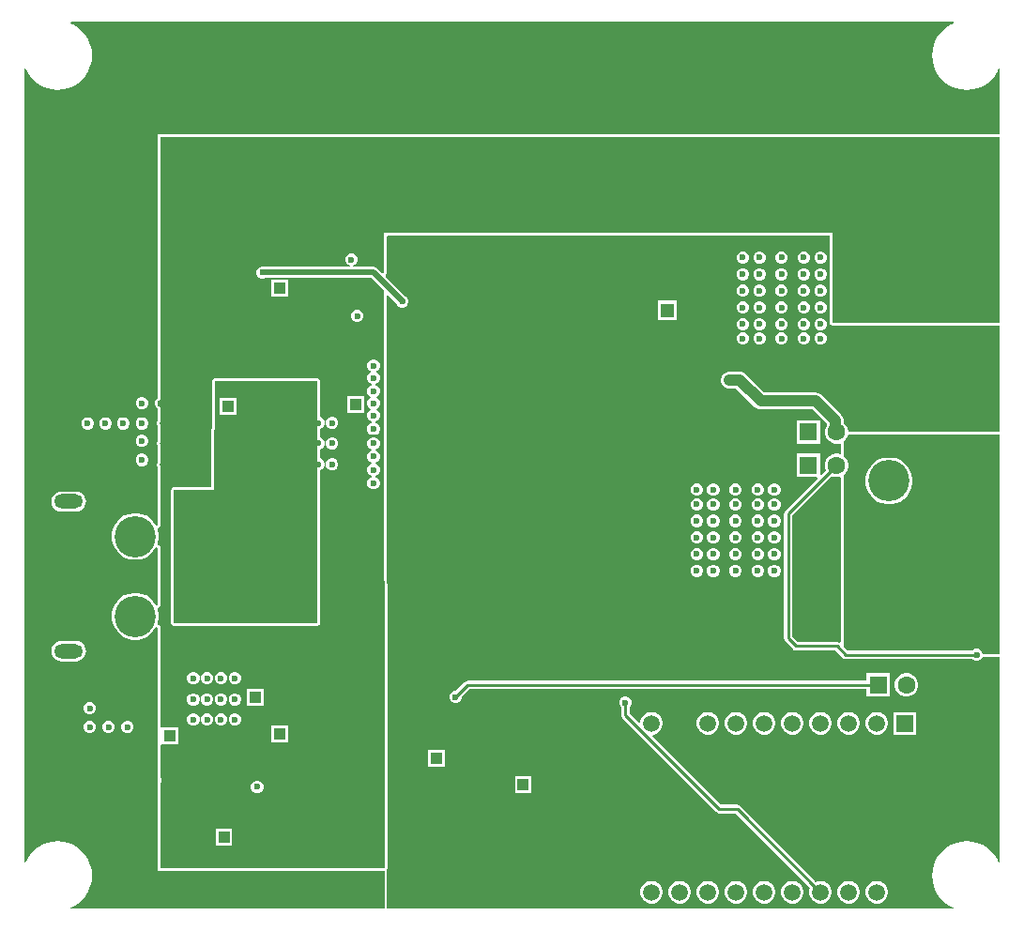
<source format=gbl>
G04*
G04 #@! TF.GenerationSoftware,Altium Limited,Altium Designer,21.6.4 (81)*
G04*
G04 Layer_Physical_Order=4*
G04 Layer_Color=16711680*
%FSLAX44Y44*%
%MOMM*%
G71*
G04*
G04 #@! TF.SameCoordinates,3C3A1148-CEAA-43B7-A459-4803B486FB21*
G04*
G04*
G04 #@! TF.FilePolarity,Positive*
G04*
G01*
G75*
%ADD11C,0.2540*%
%ADD92C,0.5000*%
%ADD93C,1.0000*%
%ADD94C,1.5000*%
%ADD95R,1.5000X1.5000*%
%ADD96R,1.2000X1.2000*%
%ADD97C,1.2000*%
%ADD98O,2.6000X1.3000*%
%ADD99C,3.7160*%
%ADD100C,1.6000*%
%ADD101R,1.6000X1.6000*%
%ADD102C,1.5200*%
%ADD103R,1.5200X1.5200*%
%ADD104C,0.6000*%
%ADD105C,1.0000*%
%ADD115R,1.0000X1.0000*%
%ADD116R,1.0000X1.0000*%
%ADD117C,2.0000*%
G36*
X838249Y798730D02*
X835865Y797742D01*
X831699Y795190D01*
X827983Y792017D01*
X824810Y788301D01*
X822258Y784135D01*
X820388Y779622D01*
X819247Y774871D01*
X818864Y770000D01*
X819247Y765129D01*
X820388Y760378D01*
X822258Y755865D01*
X824810Y751699D01*
X827983Y747983D01*
X831699Y744810D01*
X835865Y742258D01*
X840378Y740388D01*
X845129Y739247D01*
X850000Y738864D01*
X854871Y739247D01*
X859622Y740388D01*
X864135Y742258D01*
X868301Y744810D01*
X872017Y747983D01*
X875190Y751699D01*
X877742Y755865D01*
X878730Y758249D01*
X880000Y757996D01*
Y699000D01*
X120000D01*
Y460754D01*
X119862Y460697D01*
X118303Y459138D01*
X117460Y457102D01*
Y454898D01*
X118303Y452862D01*
X119862Y451303D01*
X120000Y451246D01*
Y440052D01*
X119710Y439352D01*
Y437148D01*
X120000Y436448D01*
Y421802D01*
X119710Y421102D01*
Y418898D01*
X120000Y418198D01*
Y402752D01*
X119710Y402052D01*
Y399848D01*
X120000Y399148D01*
Y346160D01*
X118754Y345912D01*
X118716Y346004D01*
X116405Y349463D01*
X113463Y352405D01*
X110004Y354716D01*
X106160Y356308D01*
X102080Y357120D01*
X97920D01*
X93840Y356308D01*
X89996Y354716D01*
X86537Y352405D01*
X83595Y349463D01*
X81284Y346004D01*
X79692Y342160D01*
X78880Y338080D01*
Y333920D01*
X79692Y329840D01*
X81284Y325996D01*
X83595Y322537D01*
X86537Y319595D01*
X89996Y317284D01*
X93840Y315692D01*
X97920Y314880D01*
X102080D01*
X106160Y315692D01*
X110004Y317284D01*
X113463Y319595D01*
X116405Y322537D01*
X118716Y325996D01*
X118754Y326088D01*
X120000Y325840D01*
Y274160D01*
X118754Y273912D01*
X118716Y274004D01*
X116405Y277463D01*
X113463Y280405D01*
X110004Y282716D01*
X106160Y284308D01*
X102080Y285120D01*
X97920D01*
X93840Y284308D01*
X89996Y282716D01*
X86537Y280405D01*
X83595Y277463D01*
X81284Y274004D01*
X79692Y270161D01*
X78880Y266080D01*
Y261920D01*
X79692Y257840D01*
X81284Y253996D01*
X83595Y250537D01*
X86537Y247595D01*
X89996Y245284D01*
X93840Y243692D01*
X97920Y242880D01*
X102080D01*
X106160Y243692D01*
X110004Y245284D01*
X113463Y247595D01*
X116405Y250537D01*
X118716Y253996D01*
X118754Y254088D01*
X120000Y253840D01*
Y34000D01*
X325000D01*
Y0D01*
X42004D01*
X41751Y1270D01*
X44135Y2258D01*
X48301Y4811D01*
X52017Y7983D01*
X55189Y11699D01*
X57742Y15865D01*
X59612Y20378D01*
X60753Y25129D01*
X61136Y30000D01*
X60753Y34871D01*
X59612Y39622D01*
X57742Y44135D01*
X55189Y48301D01*
X52017Y52017D01*
X48301Y55189D01*
X44135Y57742D01*
X39622Y59612D01*
X34871Y60753D01*
X30000Y61136D01*
X25129Y60753D01*
X20378Y59612D01*
X15865Y57742D01*
X11699Y55189D01*
X7983Y52017D01*
X4811Y48301D01*
X2258Y44135D01*
X1270Y41751D01*
X0Y42004D01*
Y757996D01*
X1270Y758249D01*
X2258Y755865D01*
X4811Y751699D01*
X7983Y747983D01*
X11699Y744810D01*
X15865Y742258D01*
X20378Y740388D01*
X25129Y739247D01*
X30000Y738864D01*
X34871Y739247D01*
X39622Y740388D01*
X44135Y742258D01*
X48301Y744810D01*
X52017Y747983D01*
X55189Y751699D01*
X57742Y755865D01*
X59612Y760378D01*
X60753Y765129D01*
X61136Y770000D01*
X60753Y774871D01*
X59612Y779622D01*
X57742Y784135D01*
X55189Y788301D01*
X52017Y792017D01*
X48301Y795190D01*
X44135Y797742D01*
X41751Y798730D01*
X42004Y800000D01*
X837996D01*
X838249Y798730D01*
D02*
G37*
G36*
X726410Y529000D02*
X726607Y528009D01*
X727169Y527169D01*
X728009Y526607D01*
X729000Y526410D01*
X880000D01*
Y430590D01*
X743240D01*
Y431388D01*
X742522Y434068D01*
X741134Y436472D01*
X739172Y438434D01*
X739157Y438443D01*
Y440414D01*
X738898Y442382D01*
X738453Y443456D01*
X738138Y444216D01*
X736930Y445791D01*
X719343Y463378D01*
X717768Y464586D01*
X715934Y465346D01*
X713966Y465605D01*
X667416D01*
X650643Y482378D01*
X649068Y483586D01*
X647234Y484346D01*
X645266Y484605D01*
X636000D01*
X635506Y484540D01*
X635007D01*
X634526Y484411D01*
X634032Y484346D01*
X633571Y484155D01*
X633090Y484026D01*
X632658Y483777D01*
X632197Y483586D01*
X631802Y483283D01*
X631370Y483033D01*
X631018Y482681D01*
X630622Y482378D01*
X630319Y481982D01*
X629967Y481630D01*
X629717Y481198D01*
X629414Y480802D01*
X629223Y480342D01*
X628974Y479910D01*
X628845Y479429D01*
X628654Y478968D01*
X628589Y478474D01*
X628460Y477993D01*
Y477494D01*
X628395Y477000D01*
X628460Y476506D01*
Y476007D01*
X628589Y475526D01*
X628654Y475032D01*
X628845Y474571D01*
X628974Y474090D01*
X629223Y473658D01*
X629414Y473198D01*
X629717Y472802D01*
X629967Y472370D01*
X630319Y472018D01*
X630622Y471622D01*
X631018Y471319D01*
X631370Y470966D01*
X631802Y470717D01*
X632197Y470414D01*
X632658Y470223D01*
X633090Y469974D01*
X633571Y469845D01*
X634032Y469654D01*
X634526Y469589D01*
X635007Y469460D01*
X635506D01*
X636000Y469395D01*
X642115D01*
X658888Y452622D01*
X660463Y451414D01*
X662297Y450654D01*
X664266Y450395D01*
X710815D01*
X723947Y437263D01*
Y435919D01*
X722878Y434068D01*
X722160Y431388D01*
Y428612D01*
X722878Y425932D01*
X724266Y423528D01*
X726228Y421566D01*
X728632Y420178D01*
X731312Y419460D01*
X734088D01*
X735403Y419812D01*
X736410Y419039D01*
Y410961D01*
X735403Y410188D01*
X734088Y410540D01*
X731312D01*
X728632Y409822D01*
X726228Y408434D01*
X724266Y406472D01*
X722878Y404068D01*
X722160Y401388D01*
Y398612D01*
X722878Y395932D01*
X722973Y395767D01*
X719013Y391807D01*
X717840Y392293D01*
Y410540D01*
X696760D01*
Y389460D01*
X715007D01*
X715493Y388287D01*
X686305Y359099D01*
X685463Y357839D01*
X685167Y356352D01*
Y243948D01*
X685463Y242461D01*
X686305Y241201D01*
X693253Y234253D01*
X694513Y233411D01*
X696000Y233115D01*
X731391D01*
X738253Y226253D01*
X739513Y225411D01*
X741000Y225115D01*
X855050D01*
X855862Y224303D01*
X857898Y223460D01*
X860102D01*
X862138Y224303D01*
X863697Y225862D01*
X864353Y227447D01*
X864540Y227410D01*
X880000D01*
Y42004D01*
X878730Y41751D01*
X877742Y44135D01*
X875190Y48301D01*
X872017Y52017D01*
X868301Y55189D01*
X864135Y57742D01*
X859622Y59612D01*
X854871Y60753D01*
X850000Y61136D01*
X845129Y60753D01*
X840378Y59612D01*
X835865Y57742D01*
X831699Y55189D01*
X827983Y52017D01*
X824810Y48301D01*
X822258Y44135D01*
X820388Y39622D01*
X819247Y34871D01*
X818864Y30000D01*
X819247Y25129D01*
X820388Y20378D01*
X822258Y15865D01*
X824810Y11699D01*
X827983Y7983D01*
X831699Y4811D01*
X835865Y2258D01*
X838249Y1270D01*
X837996Y0D01*
X327031D01*
X326972Y35877D01*
X327110Y36084D01*
X327388Y36500D01*
X327388Y36501D01*
X327388Y36502D01*
X327486Y36999D01*
X327584Y37491D01*
X327584Y37492D01*
X327584Y37493D01*
X326688Y553385D01*
X327861Y553872D01*
X335902Y545831D01*
X336303Y544862D01*
X337862Y543303D01*
X339898Y542460D01*
X342102D01*
X344138Y543303D01*
X345697Y544862D01*
X346540Y546898D01*
Y549102D01*
X345697Y551138D01*
X344138Y552697D01*
X343169Y553098D01*
X326096Y570171D01*
X326093Y572330D01*
X326181Y572463D01*
X326456Y572875D01*
X326456Y572877D01*
X326457Y572878D01*
X326557Y573386D01*
X326652Y573867D01*
X326652Y573868D01*
X326652Y573869D01*
X326596Y606511D01*
X327493Y607410D01*
X726410D01*
Y529000D01*
D02*
G37*
G36*
X880000D02*
X729000D01*
Y610000D01*
X324000D01*
X324063Y573864D01*
X322890Y573377D01*
X318634Y577634D01*
X316966Y578748D01*
X315000Y579139D01*
X296786D01*
X296533Y580409D01*
X298138Y581073D01*
X299697Y582632D01*
X300540Y584668D01*
Y586872D01*
X299697Y588908D01*
X298138Y590467D01*
X296102Y591310D01*
X293898D01*
X291862Y590467D01*
X290303Y588908D01*
X289460Y586872D01*
Y584668D01*
X290303Y582632D01*
X291862Y581073D01*
X293466Y580409D01*
X293214Y579139D01*
X217071D01*
X216102Y579540D01*
X213898D01*
X211862Y578697D01*
X210303Y577138D01*
X209460Y575102D01*
Y572898D01*
X210303Y570862D01*
X211862Y569303D01*
X213898Y568460D01*
X216102D01*
X217071Y568861D01*
X312871D01*
X324091Y557642D01*
X324994Y37489D01*
X324097Y36590D01*
X122590D01*
Y112755D01*
X122697Y112862D01*
X123540Y114898D01*
Y117102D01*
X122697Y119138D01*
X122590Y119245D01*
Y147550D01*
X123460Y148460D01*
X123860Y148460D01*
X138540D01*
Y163540D01*
X123860D01*
X123460Y163540D01*
X122590Y164450D01*
Y253840D01*
X122540Y254090D01*
Y254345D01*
X122442Y254581D01*
X122393Y254831D01*
X122251Y255043D01*
X122153Y255279D01*
X121973Y255459D01*
X121831Y255671D01*
X121619Y255813D01*
X121439Y255993D01*
X121203Y256091D01*
X120991Y256233D01*
X120829Y256265D01*
X120597Y256615D01*
X120365Y257149D01*
X120260Y257724D01*
X120308Y257840D01*
X121120Y261920D01*
Y266080D01*
X120308Y270161D01*
X120260Y270276D01*
X120365Y270851D01*
X120597Y271385D01*
X120829Y271735D01*
X120991Y271767D01*
X121203Y271909D01*
X121439Y272006D01*
X121619Y272187D01*
X121831Y272329D01*
X121973Y272541D01*
X122153Y272721D01*
X122251Y272957D01*
X122393Y273169D01*
X122442Y273419D01*
X122540Y273655D01*
Y273910D01*
X122590Y274160D01*
Y325840D01*
X122540Y326090D01*
Y326345D01*
X122442Y326581D01*
X122393Y326831D01*
X122251Y327043D01*
X122153Y327279D01*
X121973Y327459D01*
X121831Y327671D01*
X121619Y327813D01*
X121439Y327994D01*
X121203Y328091D01*
X120991Y328233D01*
X120829Y328265D01*
X120597Y328615D01*
X120365Y329149D01*
X120260Y329724D01*
X120308Y329840D01*
X121120Y333920D01*
Y338080D01*
X120308Y342160D01*
X120260Y342276D01*
X120365Y342851D01*
X120597Y343385D01*
X120829Y343735D01*
X120991Y343767D01*
X121203Y343909D01*
X121439Y344007D01*
X121619Y344187D01*
X121831Y344329D01*
X121973Y344541D01*
X122153Y344721D01*
X122251Y344957D01*
X122393Y345169D01*
X122442Y345419D01*
X122540Y345655D01*
Y345910D01*
X122590Y346160D01*
Y399148D01*
X122393Y400139D01*
X122300Y400363D01*
Y401537D01*
X122393Y401761D01*
X122590Y402752D01*
Y418198D01*
X122393Y419189D01*
X122300Y419413D01*
Y420587D01*
X122393Y420811D01*
X122590Y421802D01*
Y436448D01*
X122393Y437439D01*
X122300Y437663D01*
Y438837D01*
X122393Y439061D01*
X122590Y440052D01*
Y451246D01*
X122590Y451246D01*
X122590Y451246D01*
X122492Y451739D01*
X122393Y452237D01*
X122393Y452237D01*
X122393Y452237D01*
X122136Y452622D01*
X121831Y453078D01*
X121831Y453078D01*
X121831Y453078D01*
X121587Y453241D01*
X120499Y454329D01*
X120050Y455413D01*
Y456587D01*
X120499Y457671D01*
X121587Y458759D01*
X121831Y458922D01*
X121831Y458923D01*
X121831Y458923D01*
X122136Y459378D01*
X122393Y459763D01*
X122393Y459763D01*
X122393Y459763D01*
X122492Y460261D01*
X122590Y460754D01*
X122590Y460754D01*
X122590Y460754D01*
Y696410D01*
X880000D01*
Y529000D01*
D02*
G37*
G36*
X728632Y390178D02*
X731312Y389460D01*
X734088D01*
X735403Y389812D01*
X736410Y389039D01*
Y240831D01*
X735140Y240152D01*
X734487Y240589D01*
X733000Y240885D01*
X697609D01*
X692937Y245557D01*
Y354743D01*
X728467Y390273D01*
X728632Y390178D01*
D02*
G37*
G36*
X880000Y230000D02*
X864540D01*
Y230102D01*
X863697Y232138D01*
X862138Y233697D01*
X860102Y234540D01*
X857898D01*
X855862Y233697D01*
X855050Y232885D01*
X742609D01*
X739000Y236494D01*
Y391467D01*
X739172Y391566D01*
X741134Y393528D01*
X742522Y395932D01*
X743240Y398612D01*
Y401388D01*
X742522Y404068D01*
X741134Y406472D01*
X739172Y408434D01*
X739000Y408533D01*
Y421467D01*
X739172Y421566D01*
X741134Y423528D01*
X742522Y425932D01*
X743076Y428000D01*
X880000D01*
Y230000D01*
D02*
G37*
%LPC*%
G36*
X107102Y461540D02*
X104898D01*
X102862Y460697D01*
X101303Y459138D01*
X100460Y457102D01*
Y454898D01*
X101303Y452862D01*
X102862Y451303D01*
X104898Y450460D01*
X107102D01*
X109138Y451303D01*
X110697Y452862D01*
X111540Y454898D01*
Y457102D01*
X110697Y459138D01*
X109138Y460697D01*
X107102Y461540D01*
D02*
G37*
G36*
Y443540D02*
X104898D01*
X102862Y442697D01*
X101303Y441138D01*
X100460Y439102D01*
Y436898D01*
X101303Y434862D01*
X102862Y433303D01*
X104898Y432460D01*
X107102D01*
X109138Y433303D01*
X110697Y434862D01*
X111540Y436898D01*
Y439102D01*
X110697Y441138D01*
X109138Y442697D01*
X107102Y443540D01*
D02*
G37*
G36*
X90102D02*
X87898D01*
X85862Y442697D01*
X84303Y441138D01*
X83460Y439102D01*
Y436898D01*
X84303Y434862D01*
X85862Y433303D01*
X87898Y432460D01*
X90102D01*
X92138Y433303D01*
X93697Y434862D01*
X94540Y436898D01*
Y439102D01*
X93697Y441138D01*
X92138Y442697D01*
X90102Y443540D01*
D02*
G37*
G36*
X74102D02*
X71898D01*
X69862Y442697D01*
X68303Y441138D01*
X67460Y439102D01*
Y436898D01*
X68303Y434862D01*
X69862Y433303D01*
X71898Y432460D01*
X74102D01*
X76138Y433303D01*
X77697Y434862D01*
X78540Y436898D01*
Y439102D01*
X77697Y441138D01*
X76138Y442697D01*
X74102Y443540D01*
D02*
G37*
G36*
X58102D02*
X55898D01*
X53862Y442697D01*
X52303Y441138D01*
X51460Y439102D01*
Y436898D01*
X52303Y434862D01*
X53862Y433303D01*
X55898Y432460D01*
X58102D01*
X60138Y433303D01*
X61697Y434862D01*
X62540Y436898D01*
Y439102D01*
X61697Y441138D01*
X60138Y442697D01*
X58102Y443540D01*
D02*
G37*
G36*
X107102Y427540D02*
X104898D01*
X102862Y426697D01*
X101303Y425138D01*
X100460Y423102D01*
Y420898D01*
X101303Y418862D01*
X102862Y417303D01*
X104898Y416460D01*
X107102D01*
X109138Y417303D01*
X110697Y418862D01*
X111540Y420898D01*
Y423102D01*
X110697Y425138D01*
X109138Y426697D01*
X107102Y427540D01*
D02*
G37*
G36*
Y410540D02*
X104898D01*
X102862Y409697D01*
X101303Y408138D01*
X100460Y406102D01*
Y403898D01*
X101303Y401862D01*
X102862Y400303D01*
X104898Y399460D01*
X107102D01*
X109138Y400303D01*
X110697Y401862D01*
X111540Y403898D01*
Y406102D01*
X110697Y408138D01*
X109138Y409697D01*
X107102Y410540D01*
D02*
G37*
G36*
X46500Y376618D02*
X33500D01*
X31140Y376307D01*
X28941Y375396D01*
X27053Y373947D01*
X25604Y372059D01*
X24693Y369860D01*
X24382Y367500D01*
X24693Y365140D01*
X25604Y362941D01*
X27053Y361053D01*
X28941Y359604D01*
X31140Y358693D01*
X33500Y358382D01*
X46500D01*
X48860Y358693D01*
X51059Y359604D01*
X52947Y361053D01*
X54396Y362941D01*
X55307Y365140D01*
X55618Y367500D01*
X55307Y369860D01*
X54396Y372059D01*
X52947Y373947D01*
X51059Y375396D01*
X48860Y376307D01*
X46500Y376618D01*
D02*
G37*
G36*
Y241618D02*
X33500D01*
X31140Y241307D01*
X28941Y240396D01*
X27053Y238947D01*
X25604Y237059D01*
X24693Y234860D01*
X24382Y232500D01*
X24693Y230140D01*
X25604Y227941D01*
X27053Y226053D01*
X28941Y224604D01*
X31140Y223693D01*
X33500Y223382D01*
X46500D01*
X48860Y223693D01*
X51059Y224604D01*
X52947Y226053D01*
X54396Y227941D01*
X55307Y230140D01*
X55618Y232500D01*
X55307Y234860D01*
X54396Y237059D01*
X52947Y238947D01*
X51059Y240396D01*
X48860Y241307D01*
X46500Y241618D01*
D02*
G37*
G36*
X60102Y186540D02*
X57898D01*
X55862Y185697D01*
X54303Y184138D01*
X53460Y182102D01*
Y179898D01*
X54303Y177862D01*
X55862Y176303D01*
X57898Y175460D01*
X60102D01*
X62138Y176303D01*
X63697Y177862D01*
X64540Y179898D01*
Y182102D01*
X63697Y184138D01*
X62138Y185697D01*
X60102Y186540D01*
D02*
G37*
G36*
X94102Y169540D02*
X91898D01*
X89862Y168697D01*
X88303Y167138D01*
X87460Y165102D01*
Y162898D01*
X88303Y160862D01*
X89862Y159303D01*
X91898Y158460D01*
X94102D01*
X96138Y159303D01*
X97697Y160862D01*
X98540Y162898D01*
Y165102D01*
X97697Y167138D01*
X96138Y168697D01*
X94102Y169540D01*
D02*
G37*
G36*
X77102D02*
X74898D01*
X72862Y168697D01*
X71303Y167138D01*
X70460Y165102D01*
Y162898D01*
X71303Y160862D01*
X72862Y159303D01*
X74898Y158460D01*
X77102D01*
X79138Y159303D01*
X80697Y160862D01*
X81540Y162898D01*
Y165102D01*
X80697Y167138D01*
X79138Y168697D01*
X77102Y169540D01*
D02*
G37*
G36*
X60102D02*
X57898D01*
X55862Y168697D01*
X54303Y167138D01*
X53460Y165102D01*
Y162898D01*
X54303Y160862D01*
X55862Y159303D01*
X57898Y158460D01*
X60102D01*
X62138Y159303D01*
X63697Y160862D01*
X64540Y162898D01*
Y165102D01*
X63697Y167138D01*
X62138Y168697D01*
X60102Y169540D01*
D02*
G37*
G36*
X719159Y593033D02*
X716955D01*
X714919Y592189D01*
X713361Y590631D01*
X712517Y588595D01*
Y586391D01*
X713361Y584354D01*
X714919Y582796D01*
X716955Y581953D01*
X719159D01*
X721196Y582796D01*
X722754Y584354D01*
X723597Y586391D01*
Y588595D01*
X722754Y590631D01*
X721196Y592189D01*
X719159Y593033D01*
D02*
G37*
G36*
X704159D02*
X701955D01*
X699919Y592189D01*
X698361Y590631D01*
X697517Y588595D01*
Y586391D01*
X698361Y584354D01*
X699919Y582796D01*
X701955Y581953D01*
X704159D01*
X706196Y582796D01*
X707754Y584354D01*
X708597Y586391D01*
Y588595D01*
X707754Y590631D01*
X706196Y592189D01*
X704159Y593033D01*
D02*
G37*
G36*
X684159D02*
X681955D01*
X679919Y592189D01*
X678361Y590631D01*
X677517Y588595D01*
Y586391D01*
X678361Y584354D01*
X679919Y582796D01*
X681955Y581953D01*
X684159D01*
X686196Y582796D01*
X687754Y584354D01*
X688597Y586391D01*
Y588595D01*
X687754Y590631D01*
X686196Y592189D01*
X684159Y593033D01*
D02*
G37*
G36*
X664159D02*
X661955D01*
X659919Y592189D01*
X658361Y590631D01*
X657517Y588595D01*
Y586391D01*
X658361Y584354D01*
X659919Y582796D01*
X661955Y581953D01*
X664159D01*
X666196Y582796D01*
X667754Y584354D01*
X668597Y586391D01*
Y588595D01*
X667754Y590631D01*
X666196Y592189D01*
X664159Y593033D01*
D02*
G37*
G36*
X649159D02*
X646955D01*
X644919Y592189D01*
X643361Y590631D01*
X642517Y588595D01*
Y586391D01*
X643361Y584354D01*
X644919Y582796D01*
X646955Y581953D01*
X649159D01*
X651196Y582796D01*
X652754Y584354D01*
X653597Y586391D01*
Y588595D01*
X652754Y590631D01*
X651196Y592189D01*
X649159Y593033D01*
D02*
G37*
G36*
X719159Y578033D02*
X716955D01*
X714919Y577189D01*
X713361Y575631D01*
X712517Y573595D01*
Y571391D01*
X713361Y569354D01*
X714919Y567796D01*
X716955Y566953D01*
X719159D01*
X721196Y567796D01*
X722754Y569354D01*
X723597Y571391D01*
Y573595D01*
X722754Y575631D01*
X721196Y577189D01*
X719159Y578033D01*
D02*
G37*
G36*
X704159D02*
X701955D01*
X699919Y577189D01*
X698361Y575631D01*
X697517Y573595D01*
Y571391D01*
X698361Y569354D01*
X699919Y567796D01*
X701955Y566953D01*
X704159D01*
X706196Y567796D01*
X707754Y569354D01*
X708597Y571391D01*
Y573595D01*
X707754Y575631D01*
X706196Y577189D01*
X704159Y578033D01*
D02*
G37*
G36*
X684159D02*
X681955D01*
X679919Y577189D01*
X678361Y575631D01*
X677517Y573595D01*
Y571391D01*
X678361Y569354D01*
X679919Y567796D01*
X681955Y566953D01*
X684159D01*
X686196Y567796D01*
X687754Y569354D01*
X688597Y571391D01*
Y573595D01*
X687754Y575631D01*
X686196Y577189D01*
X684159Y578033D01*
D02*
G37*
G36*
X664159D02*
X661955D01*
X659919Y577189D01*
X658361Y575631D01*
X657517Y573595D01*
Y571391D01*
X658361Y569354D01*
X659919Y567796D01*
X661955Y566953D01*
X664159D01*
X666196Y567796D01*
X667754Y569354D01*
X668597Y571391D01*
Y573595D01*
X667754Y575631D01*
X666196Y577189D01*
X664159Y578033D01*
D02*
G37*
G36*
X649159D02*
X646955D01*
X644919Y577189D01*
X643361Y575631D01*
X642517Y573595D01*
Y571391D01*
X643361Y569354D01*
X644919Y567796D01*
X646955Y566953D01*
X649159D01*
X651196Y567796D01*
X652754Y569354D01*
X653597Y571391D01*
Y573595D01*
X652754Y575631D01*
X651196Y577189D01*
X649159Y578033D01*
D02*
G37*
G36*
X719159Y563033D02*
X716955D01*
X714919Y562189D01*
X713361Y560631D01*
X712517Y558595D01*
Y556391D01*
X713361Y554354D01*
X714919Y552796D01*
X716955Y551953D01*
X719159D01*
X721196Y552796D01*
X722754Y554354D01*
X723597Y556391D01*
Y558595D01*
X722754Y560631D01*
X721196Y562189D01*
X719159Y563033D01*
D02*
G37*
G36*
X704159D02*
X701955D01*
X699919Y562189D01*
X698361Y560631D01*
X697517Y558595D01*
Y556391D01*
X698361Y554354D01*
X699919Y552796D01*
X701955Y551953D01*
X704159D01*
X706196Y552796D01*
X707754Y554354D01*
X708597Y556391D01*
Y558595D01*
X707754Y560631D01*
X706196Y562189D01*
X704159Y563033D01*
D02*
G37*
G36*
X684159D02*
X681955D01*
X679919Y562189D01*
X678361Y560631D01*
X677517Y558595D01*
Y556391D01*
X678361Y554354D01*
X679919Y552796D01*
X681955Y551953D01*
X684159D01*
X686196Y552796D01*
X687754Y554354D01*
X688597Y556391D01*
Y558595D01*
X687754Y560631D01*
X686196Y562189D01*
X684159Y563033D01*
D02*
G37*
G36*
X664159D02*
X661955D01*
X659919Y562189D01*
X658361Y560631D01*
X657517Y558595D01*
Y556391D01*
X658361Y554354D01*
X659919Y552796D01*
X661955Y551953D01*
X664159D01*
X666196Y552796D01*
X667754Y554354D01*
X668597Y556391D01*
Y558595D01*
X667754Y560631D01*
X666196Y562189D01*
X664159Y563033D01*
D02*
G37*
G36*
X649159D02*
X646955D01*
X644919Y562189D01*
X643361Y560631D01*
X642517Y558595D01*
Y556391D01*
X643361Y554354D01*
X644919Y552796D01*
X646955Y551953D01*
X649159D01*
X651196Y552796D01*
X652754Y554354D01*
X653597Y556391D01*
Y558595D01*
X652754Y560631D01*
X651196Y562189D01*
X649159Y563033D01*
D02*
G37*
G36*
X719159Y548033D02*
X716955D01*
X714919Y547189D01*
X713361Y545631D01*
X712517Y543595D01*
Y541391D01*
X713361Y539354D01*
X714919Y537796D01*
X716955Y536953D01*
X719159D01*
X721196Y537796D01*
X722754Y539354D01*
X723597Y541391D01*
Y543595D01*
X722754Y545631D01*
X721196Y547189D01*
X719159Y548033D01*
D02*
G37*
G36*
X704159D02*
X701955D01*
X699919Y547189D01*
X698361Y545631D01*
X697517Y543595D01*
Y541391D01*
X698361Y539354D01*
X699919Y537796D01*
X701955Y536953D01*
X704159D01*
X706196Y537796D01*
X707754Y539354D01*
X708597Y541391D01*
Y543595D01*
X707754Y545631D01*
X706196Y547189D01*
X704159Y548033D01*
D02*
G37*
G36*
X684159D02*
X681955D01*
X679919Y547189D01*
X678361Y545631D01*
X677517Y543595D01*
Y541391D01*
X678361Y539354D01*
X679919Y537796D01*
X681955Y536953D01*
X684159D01*
X686196Y537796D01*
X687754Y539354D01*
X688597Y541391D01*
Y543595D01*
X687754Y545631D01*
X686196Y547189D01*
X684159Y548033D01*
D02*
G37*
G36*
X664159D02*
X661955D01*
X659919Y547189D01*
X658361Y545631D01*
X657517Y543595D01*
Y541391D01*
X658361Y539354D01*
X659919Y537796D01*
X661955Y536953D01*
X664159D01*
X666196Y537796D01*
X667754Y539354D01*
X668597Y541391D01*
Y543595D01*
X667754Y545631D01*
X666196Y547189D01*
X664159Y548033D01*
D02*
G37*
G36*
X649159D02*
X646955D01*
X644919Y547189D01*
X643361Y545631D01*
X642517Y543595D01*
Y541391D01*
X643361Y539354D01*
X644919Y537796D01*
X646955Y536953D01*
X649159D01*
X651196Y537796D01*
X652754Y539354D01*
X653597Y541391D01*
Y543595D01*
X652754Y545631D01*
X651196Y547189D01*
X649159Y548033D01*
D02*
G37*
G36*
X588540Y548540D02*
X571460D01*
Y531460D01*
X588540D01*
Y548540D01*
D02*
G37*
G36*
X719159Y533033D02*
X716955D01*
X714919Y532189D01*
X713361Y530631D01*
X712517Y528595D01*
Y526391D01*
X713361Y524354D01*
X714919Y522796D01*
X716955Y521953D01*
X719159D01*
X721196Y522796D01*
X722754Y524354D01*
X723597Y526391D01*
Y528595D01*
X722754Y530631D01*
X721196Y532189D01*
X719159Y533033D01*
D02*
G37*
G36*
X704159D02*
X701955D01*
X699919Y532189D01*
X698361Y530631D01*
X697517Y528595D01*
Y526391D01*
X698361Y524354D01*
X699919Y522796D01*
X701955Y521953D01*
X704159D01*
X706196Y522796D01*
X707754Y524354D01*
X708597Y526391D01*
Y528595D01*
X707754Y530631D01*
X706196Y532189D01*
X704159Y533033D01*
D02*
G37*
G36*
X684159D02*
X681955D01*
X679919Y532189D01*
X678361Y530631D01*
X677517Y528595D01*
Y526391D01*
X678361Y524354D01*
X679919Y522796D01*
X681955Y521953D01*
X684159D01*
X686196Y522796D01*
X687754Y524354D01*
X688597Y526391D01*
Y528595D01*
X687754Y530631D01*
X686196Y532189D01*
X684159Y533033D01*
D02*
G37*
G36*
X664159D02*
X661955D01*
X659919Y532189D01*
X658361Y530631D01*
X657517Y528595D01*
Y526391D01*
X658361Y524354D01*
X659919Y522796D01*
X661955Y521953D01*
X664159D01*
X666196Y522796D01*
X667754Y524354D01*
X668597Y526391D01*
Y528595D01*
X667754Y530631D01*
X666196Y532189D01*
X664159Y533033D01*
D02*
G37*
G36*
X649159D02*
X646955D01*
X644919Y532189D01*
X643361Y530631D01*
X642517Y528595D01*
Y526391D01*
X643361Y524354D01*
X644919Y522796D01*
X646955Y521953D01*
X649159D01*
X651196Y522796D01*
X652754Y524354D01*
X653597Y526391D01*
Y528595D01*
X652754Y530631D01*
X651196Y532189D01*
X649159Y533033D01*
D02*
G37*
G36*
X719159Y520033D02*
X716955D01*
X714919Y519189D01*
X713361Y517631D01*
X712517Y515594D01*
Y513391D01*
X713361Y511354D01*
X714919Y509796D01*
X716955Y508953D01*
X719159D01*
X721196Y509796D01*
X722754Y511354D01*
X723597Y513391D01*
Y515594D01*
X722754Y517631D01*
X721196Y519189D01*
X719159Y520033D01*
D02*
G37*
G36*
X704159D02*
X701955D01*
X699919Y519189D01*
X698361Y517631D01*
X697517Y515594D01*
Y513391D01*
X698361Y511354D01*
X699919Y509796D01*
X701955Y508953D01*
X704159D01*
X706196Y509796D01*
X707754Y511354D01*
X708597Y513391D01*
Y515594D01*
X707754Y517631D01*
X706196Y519189D01*
X704159Y520033D01*
D02*
G37*
G36*
X684159D02*
X681955D01*
X679919Y519189D01*
X678361Y517631D01*
X677517Y515594D01*
Y513391D01*
X678361Y511354D01*
X679919Y509796D01*
X681955Y508953D01*
X684159D01*
X686196Y509796D01*
X687754Y511354D01*
X688597Y513391D01*
Y515594D01*
X687754Y517631D01*
X686196Y519189D01*
X684159Y520033D01*
D02*
G37*
G36*
X664159D02*
X661955D01*
X659919Y519189D01*
X658361Y517631D01*
X657517Y515594D01*
Y513391D01*
X658361Y511354D01*
X659919Y509796D01*
X661955Y508953D01*
X664159D01*
X666196Y509796D01*
X667754Y511354D01*
X668597Y513391D01*
Y515594D01*
X667754Y517631D01*
X666196Y519189D01*
X664159Y520033D01*
D02*
G37*
G36*
X649159D02*
X646955D01*
X644919Y519189D01*
X643361Y517631D01*
X642517Y515594D01*
Y513391D01*
X643361Y511354D01*
X644919Y509796D01*
X646955Y508953D01*
X649159D01*
X651196Y509796D01*
X652754Y511354D01*
X653597Y513391D01*
Y515594D01*
X652754Y517631D01*
X651196Y519189D01*
X649159Y520033D01*
D02*
G37*
G36*
X717840Y440540D02*
X696760D01*
Y419460D01*
X717840D01*
Y440540D01*
D02*
G37*
G36*
X677560Y383540D02*
X675356D01*
X673319Y382697D01*
X671761Y381138D01*
X670918Y379102D01*
Y376898D01*
X671761Y374862D01*
X673319Y373303D01*
X675356Y372460D01*
X677560D01*
X679596Y373303D01*
X681154Y374862D01*
X681998Y376898D01*
Y379102D01*
X681154Y381138D01*
X679596Y382697D01*
X677560Y383540D01*
D02*
G37*
G36*
X662560D02*
X660356D01*
X658319Y382697D01*
X656761Y381138D01*
X655918Y379102D01*
Y376898D01*
X656761Y374862D01*
X658319Y373303D01*
X660356Y372460D01*
X662560D01*
X664596Y373303D01*
X666154Y374862D01*
X666998Y376898D01*
Y379102D01*
X666154Y381138D01*
X664596Y382697D01*
X662560Y383540D01*
D02*
G37*
G36*
X642559D02*
X640356D01*
X638319Y382697D01*
X636761Y381138D01*
X635918Y379102D01*
Y376898D01*
X636761Y374862D01*
X638319Y373303D01*
X640356Y372460D01*
X642559D01*
X644596Y373303D01*
X646154Y374862D01*
X646998Y376898D01*
Y379102D01*
X646154Y381138D01*
X644596Y382697D01*
X642559Y383540D01*
D02*
G37*
G36*
X622559D02*
X620355D01*
X618319Y382697D01*
X616761Y381138D01*
X615918Y379102D01*
Y376898D01*
X616761Y374862D01*
X618319Y373303D01*
X620355Y372460D01*
X622559D01*
X624596Y373303D01*
X626154Y374862D01*
X626997Y376898D01*
Y379102D01*
X626154Y381138D01*
X624596Y382697D01*
X622559Y383540D01*
D02*
G37*
G36*
X607559D02*
X605355D01*
X603319Y382697D01*
X601761Y381138D01*
X600918Y379102D01*
Y376898D01*
X601761Y374862D01*
X603319Y373303D01*
X605355Y372460D01*
X607559D01*
X609596Y373303D01*
X611154Y374862D01*
X611997Y376898D01*
Y379102D01*
X611154Y381138D01*
X609596Y382697D01*
X607559Y383540D01*
D02*
G37*
G36*
X677560Y370540D02*
X675356D01*
X673319Y369697D01*
X671761Y368138D01*
X670918Y366102D01*
Y363898D01*
X671761Y361862D01*
X673319Y360303D01*
X675356Y359460D01*
X677560D01*
X679596Y360303D01*
X681154Y361862D01*
X681998Y363898D01*
Y366102D01*
X681154Y368138D01*
X679596Y369697D01*
X677560Y370540D01*
D02*
G37*
G36*
X662560D02*
X660356D01*
X658319Y369697D01*
X656761Y368138D01*
X655918Y366102D01*
Y363898D01*
X656761Y361862D01*
X658319Y360303D01*
X660356Y359460D01*
X662560D01*
X664596Y360303D01*
X666154Y361862D01*
X666998Y363898D01*
Y366102D01*
X666154Y368138D01*
X664596Y369697D01*
X662560Y370540D01*
D02*
G37*
G36*
X642559D02*
X640356D01*
X638319Y369697D01*
X636761Y368138D01*
X635918Y366102D01*
Y363898D01*
X636761Y361862D01*
X638319Y360303D01*
X640356Y359460D01*
X642559D01*
X644596Y360303D01*
X646154Y361862D01*
X646998Y363898D01*
Y366102D01*
X646154Y368138D01*
X644596Y369697D01*
X642559Y370540D01*
D02*
G37*
G36*
X622559D02*
X620355D01*
X618319Y369697D01*
X616761Y368138D01*
X615918Y366102D01*
Y363898D01*
X616761Y361862D01*
X618319Y360303D01*
X620355Y359460D01*
X622559D01*
X624596Y360303D01*
X626154Y361862D01*
X626997Y363898D01*
Y366102D01*
X626154Y368138D01*
X624596Y369697D01*
X622559Y370540D01*
D02*
G37*
G36*
X607559D02*
X605355D01*
X603319Y369697D01*
X601761Y368138D01*
X600918Y366102D01*
Y363898D01*
X601761Y361862D01*
X603319Y360303D01*
X605355Y359460D01*
X607559D01*
X609596Y360303D01*
X611154Y361862D01*
X611997Y363898D01*
Y366102D01*
X611154Y368138D01*
X609596Y369697D01*
X607559Y370540D01*
D02*
G37*
G36*
X677560Y355540D02*
X675356D01*
X673319Y354697D01*
X671761Y353138D01*
X670918Y351102D01*
Y348898D01*
X671761Y346862D01*
X673319Y345303D01*
X675356Y344460D01*
X677560D01*
X679596Y345303D01*
X681154Y346862D01*
X681998Y348898D01*
Y351102D01*
X681154Y353138D01*
X679596Y354697D01*
X677560Y355540D01*
D02*
G37*
G36*
X662560D02*
X660356D01*
X658319Y354697D01*
X656761Y353138D01*
X655918Y351102D01*
Y348898D01*
X656761Y346862D01*
X658319Y345303D01*
X660356Y344460D01*
X662560D01*
X664596Y345303D01*
X666154Y346862D01*
X666998Y348898D01*
Y351102D01*
X666154Y353138D01*
X664596Y354697D01*
X662560Y355540D01*
D02*
G37*
G36*
X642559D02*
X640356D01*
X638319Y354697D01*
X636761Y353138D01*
X635918Y351102D01*
Y348898D01*
X636761Y346862D01*
X638319Y345303D01*
X640356Y344460D01*
X642559D01*
X644596Y345303D01*
X646154Y346862D01*
X646998Y348898D01*
Y351102D01*
X646154Y353138D01*
X644596Y354697D01*
X642559Y355540D01*
D02*
G37*
G36*
X622559D02*
X620355D01*
X618319Y354697D01*
X616761Y353138D01*
X615918Y351102D01*
Y348898D01*
X616761Y346862D01*
X618319Y345303D01*
X620355Y344460D01*
X622559D01*
X624596Y345303D01*
X626154Y346862D01*
X626997Y348898D01*
Y351102D01*
X626154Y353138D01*
X624596Y354697D01*
X622559Y355540D01*
D02*
G37*
G36*
X607559D02*
X605355D01*
X603319Y354697D01*
X601761Y353138D01*
X600918Y351102D01*
Y348898D01*
X601761Y346862D01*
X603319Y345303D01*
X605355Y344460D01*
X607559D01*
X609596Y345303D01*
X611154Y346862D01*
X611997Y348898D01*
Y351102D01*
X611154Y353138D01*
X609596Y354697D01*
X607559Y355540D01*
D02*
G37*
G36*
X677560Y340540D02*
X675356D01*
X673319Y339697D01*
X671761Y338138D01*
X670918Y336102D01*
Y333898D01*
X671761Y331862D01*
X673319Y330303D01*
X675356Y329460D01*
X677560D01*
X679596Y330303D01*
X681154Y331862D01*
X681998Y333898D01*
Y336102D01*
X681154Y338138D01*
X679596Y339697D01*
X677560Y340540D01*
D02*
G37*
G36*
X662560D02*
X660356D01*
X658319Y339697D01*
X656761Y338138D01*
X655918Y336102D01*
Y333898D01*
X656761Y331862D01*
X658319Y330303D01*
X660356Y329460D01*
X662560D01*
X664596Y330303D01*
X666154Y331862D01*
X666998Y333898D01*
Y336102D01*
X666154Y338138D01*
X664596Y339697D01*
X662560Y340540D01*
D02*
G37*
G36*
X642559D02*
X640356D01*
X638319Y339697D01*
X636761Y338138D01*
X635918Y336102D01*
Y333898D01*
X636761Y331862D01*
X638319Y330303D01*
X640356Y329460D01*
X642559D01*
X644596Y330303D01*
X646154Y331862D01*
X646998Y333898D01*
Y336102D01*
X646154Y338138D01*
X644596Y339697D01*
X642559Y340540D01*
D02*
G37*
G36*
X622559D02*
X620355D01*
X618319Y339697D01*
X616761Y338138D01*
X615918Y336102D01*
Y333898D01*
X616761Y331862D01*
X618319Y330303D01*
X620355Y329460D01*
X622559D01*
X624596Y330303D01*
X626154Y331862D01*
X626997Y333898D01*
Y336102D01*
X626154Y338138D01*
X624596Y339697D01*
X622559Y340540D01*
D02*
G37*
G36*
X607559D02*
X605355D01*
X603319Y339697D01*
X601761Y338138D01*
X600918Y336102D01*
Y333898D01*
X601761Y331862D01*
X603319Y330303D01*
X605355Y329460D01*
X607559D01*
X609596Y330303D01*
X611154Y331862D01*
X611997Y333898D01*
Y336102D01*
X611154Y338138D01*
X609596Y339697D01*
X607559Y340540D01*
D02*
G37*
G36*
X677560Y325540D02*
X675356D01*
X673319Y324697D01*
X671761Y323138D01*
X670918Y321102D01*
Y318898D01*
X671761Y316862D01*
X673319Y315303D01*
X675356Y314460D01*
X677560D01*
X679596Y315303D01*
X681154Y316862D01*
X681998Y318898D01*
Y321102D01*
X681154Y323138D01*
X679596Y324697D01*
X677560Y325540D01*
D02*
G37*
G36*
X662560D02*
X660356D01*
X658319Y324697D01*
X656761Y323138D01*
X655918Y321102D01*
Y318898D01*
X656761Y316862D01*
X658319Y315303D01*
X660356Y314460D01*
X662560D01*
X664596Y315303D01*
X666154Y316862D01*
X666998Y318898D01*
Y321102D01*
X666154Y323138D01*
X664596Y324697D01*
X662560Y325540D01*
D02*
G37*
G36*
X642559D02*
X640356D01*
X638319Y324697D01*
X636761Y323138D01*
X635918Y321102D01*
Y318898D01*
X636761Y316862D01*
X638319Y315303D01*
X640356Y314460D01*
X642559D01*
X644596Y315303D01*
X646154Y316862D01*
X646998Y318898D01*
Y321102D01*
X646154Y323138D01*
X644596Y324697D01*
X642559Y325540D01*
D02*
G37*
G36*
X622559D02*
X620355D01*
X618319Y324697D01*
X616761Y323138D01*
X615918Y321102D01*
Y318898D01*
X616761Y316862D01*
X618319Y315303D01*
X620355Y314460D01*
X622559D01*
X624596Y315303D01*
X626154Y316862D01*
X626997Y318898D01*
Y321102D01*
X626154Y323138D01*
X624596Y324697D01*
X622559Y325540D01*
D02*
G37*
G36*
X607559D02*
X605355D01*
X603319Y324697D01*
X601761Y323138D01*
X600918Y321102D01*
Y318898D01*
X601761Y316862D01*
X603319Y315303D01*
X605355Y314460D01*
X607559D01*
X609596Y315303D01*
X611154Y316862D01*
X611997Y318898D01*
Y321102D01*
X611154Y323138D01*
X609596Y324697D01*
X607559Y325540D01*
D02*
G37*
G36*
X677560Y310540D02*
X675356D01*
X673319Y309697D01*
X671761Y308138D01*
X670918Y306102D01*
Y303898D01*
X671761Y301862D01*
X673319Y300303D01*
X675356Y299460D01*
X677560D01*
X679596Y300303D01*
X681154Y301862D01*
X681998Y303898D01*
Y306102D01*
X681154Y308138D01*
X679596Y309697D01*
X677560Y310540D01*
D02*
G37*
G36*
X662560D02*
X660356D01*
X658319Y309697D01*
X656761Y308138D01*
X655918Y306102D01*
Y303898D01*
X656761Y301862D01*
X658319Y300303D01*
X660356Y299460D01*
X662560D01*
X664596Y300303D01*
X666154Y301862D01*
X666998Y303898D01*
Y306102D01*
X666154Y308138D01*
X664596Y309697D01*
X662560Y310540D01*
D02*
G37*
G36*
X642559D02*
X640356D01*
X638319Y309697D01*
X636761Y308138D01*
X635918Y306102D01*
Y303898D01*
X636761Y301862D01*
X638319Y300303D01*
X640356Y299460D01*
X642559D01*
X644596Y300303D01*
X646154Y301862D01*
X646998Y303898D01*
Y306102D01*
X646154Y308138D01*
X644596Y309697D01*
X642559Y310540D01*
D02*
G37*
G36*
X622559D02*
X620355D01*
X618319Y309697D01*
X616761Y308138D01*
X615918Y306102D01*
Y303898D01*
X616761Y301862D01*
X618319Y300303D01*
X620355Y299460D01*
X622559D01*
X624596Y300303D01*
X626154Y301862D01*
X626997Y303898D01*
Y306102D01*
X626154Y308138D01*
X624596Y309697D01*
X622559Y310540D01*
D02*
G37*
G36*
X607559D02*
X605355D01*
X603319Y309697D01*
X601761Y308138D01*
X600918Y306102D01*
Y303898D01*
X601761Y301862D01*
X603319Y300303D01*
X605355Y299460D01*
X607559D01*
X609596Y300303D01*
X611154Y301862D01*
X611997Y303898D01*
Y306102D01*
X611154Y308138D01*
X609596Y309697D01*
X607559Y310540D01*
D02*
G37*
G36*
X797088Y212540D02*
X794312D01*
X791632Y211822D01*
X789228Y210434D01*
X787266Y208472D01*
X785878Y206068D01*
X785160Y203388D01*
Y200612D01*
X785878Y197932D01*
X787266Y195528D01*
X789228Y193566D01*
X791632Y192178D01*
X794312Y191460D01*
X797088D01*
X799768Y192178D01*
X802172Y193566D01*
X804134Y195528D01*
X805522Y197932D01*
X806240Y200612D01*
Y203388D01*
X805522Y206068D01*
X804134Y208472D01*
X802172Y210434D01*
X799768Y211822D01*
X797088Y212540D01*
D02*
G37*
G36*
X780840D02*
X759760D01*
Y205885D01*
X400000D01*
X398513Y205589D01*
X397253Y204747D01*
X389046Y196540D01*
X387898D01*
X385862Y195697D01*
X384303Y194138D01*
X383460Y192102D01*
Y189898D01*
X384303Y187862D01*
X385862Y186303D01*
X387898Y185460D01*
X390102D01*
X392138Y186303D01*
X393697Y187862D01*
X394540Y189898D01*
Y191046D01*
X401609Y198115D01*
X759760D01*
Y191460D01*
X780840D01*
Y212540D01*
D02*
G37*
G36*
X804440Y177540D02*
X784160D01*
Y157260D01*
X804440D01*
Y177540D01*
D02*
G37*
G36*
X770235D02*
X767565D01*
X764986Y176849D01*
X762674Y175514D01*
X760786Y173626D01*
X759451Y171314D01*
X758760Y168735D01*
Y166065D01*
X759451Y163486D01*
X760786Y161174D01*
X762674Y159286D01*
X764986Y157951D01*
X767565Y157260D01*
X770235D01*
X772814Y157951D01*
X775126Y159286D01*
X777014Y161174D01*
X778349Y163486D01*
X779040Y166065D01*
Y168735D01*
X778349Y171314D01*
X777014Y173626D01*
X775126Y175514D01*
X772814Y176849D01*
X770235Y177540D01*
D02*
G37*
G36*
X744835D02*
X742165D01*
X739586Y176849D01*
X737274Y175514D01*
X735386Y173626D01*
X734051Y171314D01*
X733360Y168735D01*
Y166065D01*
X734051Y163486D01*
X735386Y161174D01*
X737274Y159286D01*
X739586Y157951D01*
X742165Y157260D01*
X744835D01*
X747414Y157951D01*
X749726Y159286D01*
X751614Y161174D01*
X752949Y163486D01*
X753640Y166065D01*
Y168735D01*
X752949Y171314D01*
X751614Y173626D01*
X749726Y175514D01*
X747414Y176849D01*
X744835Y177540D01*
D02*
G37*
G36*
X719435D02*
X716765D01*
X714186Y176849D01*
X711874Y175514D01*
X709986Y173626D01*
X708651Y171314D01*
X707960Y168735D01*
Y166065D01*
X708651Y163486D01*
X709986Y161174D01*
X711874Y159286D01*
X714186Y157951D01*
X716765Y157260D01*
X719435D01*
X722014Y157951D01*
X724326Y159286D01*
X726214Y161174D01*
X727549Y163486D01*
X728240Y166065D01*
Y168735D01*
X727549Y171314D01*
X726214Y173626D01*
X724326Y175514D01*
X722014Y176849D01*
X719435Y177540D01*
D02*
G37*
G36*
X694035D02*
X691365D01*
X688786Y176849D01*
X686474Y175514D01*
X684586Y173626D01*
X683251Y171314D01*
X682560Y168735D01*
Y166065D01*
X683251Y163486D01*
X684586Y161174D01*
X686474Y159286D01*
X688786Y157951D01*
X691365Y157260D01*
X694035D01*
X696614Y157951D01*
X698926Y159286D01*
X700814Y161174D01*
X702149Y163486D01*
X702840Y166065D01*
Y168735D01*
X702149Y171314D01*
X700814Y173626D01*
X698926Y175514D01*
X696614Y176849D01*
X694035Y177540D01*
D02*
G37*
G36*
X668635D02*
X665965D01*
X663386Y176849D01*
X661074Y175514D01*
X659186Y173626D01*
X657851Y171314D01*
X657160Y168735D01*
Y166065D01*
X657851Y163486D01*
X659186Y161174D01*
X661074Y159286D01*
X663386Y157951D01*
X665965Y157260D01*
X668635D01*
X671214Y157951D01*
X673526Y159286D01*
X675414Y161174D01*
X676749Y163486D01*
X677440Y166065D01*
Y168735D01*
X676749Y171314D01*
X675414Y173626D01*
X673526Y175514D01*
X671214Y176849D01*
X668635Y177540D01*
D02*
G37*
G36*
X643235D02*
X640565D01*
X637986Y176849D01*
X635674Y175514D01*
X633786Y173626D01*
X632451Y171314D01*
X631760Y168735D01*
Y166065D01*
X632451Y163486D01*
X633786Y161174D01*
X635674Y159286D01*
X637986Y157951D01*
X640565Y157260D01*
X643235D01*
X645814Y157951D01*
X648126Y159286D01*
X650014Y161174D01*
X651349Y163486D01*
X652040Y166065D01*
Y168735D01*
X651349Y171314D01*
X650014Y173626D01*
X648126Y175514D01*
X645814Y176849D01*
X643235Y177540D01*
D02*
G37*
G36*
X617835D02*
X615165D01*
X612586Y176849D01*
X610274Y175514D01*
X608386Y173626D01*
X607051Y171314D01*
X606360Y168735D01*
Y166065D01*
X607051Y163486D01*
X608386Y161174D01*
X610274Y159286D01*
X612586Y157951D01*
X615165Y157260D01*
X617835D01*
X620414Y157951D01*
X622726Y159286D01*
X624614Y161174D01*
X625949Y163486D01*
X626640Y166065D01*
Y168735D01*
X625949Y171314D01*
X624614Y173626D01*
X622726Y175514D01*
X620414Y176849D01*
X617835Y177540D01*
D02*
G37*
G36*
X379540Y143540D02*
X364460D01*
Y128460D01*
X379540D01*
Y143540D01*
D02*
G37*
G36*
X457540Y119540D02*
X442460D01*
Y104460D01*
X457540D01*
Y119540D01*
D02*
G37*
G36*
X770235Y25140D02*
X767565D01*
X764986Y24449D01*
X762674Y23114D01*
X760786Y21226D01*
X759451Y18914D01*
X758760Y16335D01*
Y13665D01*
X759451Y11086D01*
X760786Y8774D01*
X762674Y6886D01*
X764986Y5551D01*
X767565Y4860D01*
X770235D01*
X772814Y5551D01*
X775126Y6886D01*
X777014Y8774D01*
X778349Y11086D01*
X779040Y13665D01*
Y16335D01*
X778349Y18914D01*
X777014Y21226D01*
X775126Y23114D01*
X772814Y24449D01*
X770235Y25140D01*
D02*
G37*
G36*
X744835D02*
X742165D01*
X739586Y24449D01*
X737274Y23114D01*
X735386Y21226D01*
X734051Y18914D01*
X733360Y16335D01*
Y13665D01*
X734051Y11086D01*
X735386Y8774D01*
X737274Y6886D01*
X739586Y5551D01*
X742165Y4860D01*
X744835D01*
X747414Y5551D01*
X749726Y6886D01*
X751614Y8774D01*
X752949Y11086D01*
X753640Y13665D01*
Y16335D01*
X752949Y18914D01*
X751614Y21226D01*
X749726Y23114D01*
X747414Y24449D01*
X744835Y25140D01*
D02*
G37*
G36*
X543102Y191540D02*
X540898D01*
X538862Y190697D01*
X537303Y189138D01*
X536460Y187102D01*
Y184898D01*
X537303Y182862D01*
X538115Y182050D01*
Y174964D01*
X538411Y173477D01*
X539253Y172217D01*
X624169Y87301D01*
X625429Y86459D01*
X626916Y86164D01*
X641443D01*
X708666Y18940D01*
X708651Y18914D01*
X707960Y16335D01*
Y13665D01*
X708651Y11086D01*
X709986Y8774D01*
X711874Y6886D01*
X714186Y5551D01*
X716765Y4860D01*
X719435D01*
X722014Y5551D01*
X724326Y6886D01*
X726214Y8774D01*
X727549Y11086D01*
X728240Y13665D01*
Y16335D01*
X727549Y18914D01*
X726214Y21226D01*
X724326Y23114D01*
X722014Y24449D01*
X719435Y25140D01*
X716765D01*
X714186Y24449D01*
X714160Y24434D01*
X645799Y92795D01*
X644538Y93637D01*
X643052Y93933D01*
X628525D01*
X566371Y156087D01*
X566857Y157260D01*
X567035D01*
X569614Y157951D01*
X571926Y159286D01*
X573814Y161174D01*
X575149Y163486D01*
X575840Y166065D01*
Y168735D01*
X575149Y171314D01*
X573814Y173626D01*
X571926Y175514D01*
X569614Y176849D01*
X567035Y177540D01*
X564365D01*
X561786Y176849D01*
X559474Y175514D01*
X557586Y173626D01*
X556251Y171314D01*
X555560Y168735D01*
Y168557D01*
X554387Y168071D01*
X545885Y176573D01*
Y182050D01*
X546697Y182862D01*
X547540Y184898D01*
Y187102D01*
X546697Y189138D01*
X545138Y190697D01*
X543102Y191540D01*
D02*
G37*
G36*
X694035Y25140D02*
X691365D01*
X688786Y24449D01*
X686474Y23114D01*
X684586Y21226D01*
X683251Y18914D01*
X682560Y16335D01*
Y13665D01*
X683251Y11086D01*
X684586Y8774D01*
X686474Y6886D01*
X688786Y5551D01*
X691365Y4860D01*
X694035D01*
X696614Y5551D01*
X698926Y6886D01*
X700814Y8774D01*
X702149Y11086D01*
X702840Y13665D01*
Y16335D01*
X702149Y18914D01*
X700814Y21226D01*
X698926Y23114D01*
X696614Y24449D01*
X694035Y25140D01*
D02*
G37*
G36*
X668635D02*
X665965D01*
X663386Y24449D01*
X661074Y23114D01*
X659186Y21226D01*
X657851Y18914D01*
X657160Y16335D01*
Y13665D01*
X657851Y11086D01*
X659186Y8774D01*
X661074Y6886D01*
X663386Y5551D01*
X665965Y4860D01*
X668635D01*
X671214Y5551D01*
X673526Y6886D01*
X675414Y8774D01*
X676749Y11086D01*
X677440Y13665D01*
Y16335D01*
X676749Y18914D01*
X675414Y21226D01*
X673526Y23114D01*
X671214Y24449D01*
X668635Y25140D01*
D02*
G37*
G36*
X643235D02*
X640565D01*
X637986Y24449D01*
X635674Y23114D01*
X633786Y21226D01*
X632451Y18914D01*
X631760Y16335D01*
Y13665D01*
X632451Y11086D01*
X633786Y8774D01*
X635674Y6886D01*
X637986Y5551D01*
X640565Y4860D01*
X643235D01*
X645814Y5551D01*
X648126Y6886D01*
X650014Y8774D01*
X651349Y11086D01*
X652040Y13665D01*
Y16335D01*
X651349Y18914D01*
X650014Y21226D01*
X648126Y23114D01*
X645814Y24449D01*
X643235Y25140D01*
D02*
G37*
G36*
X617835D02*
X615165D01*
X612586Y24449D01*
X610274Y23114D01*
X608386Y21226D01*
X607051Y18914D01*
X606360Y16335D01*
Y13665D01*
X607051Y11086D01*
X608386Y8774D01*
X610274Y6886D01*
X612586Y5551D01*
X615165Y4860D01*
X617835D01*
X620414Y5551D01*
X622726Y6886D01*
X624614Y8774D01*
X625949Y11086D01*
X626640Y13665D01*
Y16335D01*
X625949Y18914D01*
X624614Y21226D01*
X622726Y23114D01*
X620414Y24449D01*
X617835Y25140D01*
D02*
G37*
G36*
X592435D02*
X589765D01*
X587186Y24449D01*
X584874Y23114D01*
X582986Y21226D01*
X581651Y18914D01*
X580960Y16335D01*
Y13665D01*
X581651Y11086D01*
X582986Y8774D01*
X584874Y6886D01*
X587186Y5551D01*
X589765Y4860D01*
X592435D01*
X595014Y5551D01*
X597326Y6886D01*
X599214Y8774D01*
X600549Y11086D01*
X601240Y13665D01*
Y16335D01*
X600549Y18914D01*
X599214Y21226D01*
X597326Y23114D01*
X595014Y24449D01*
X592435Y25140D01*
D02*
G37*
G36*
X567035D02*
X564365D01*
X561786Y24449D01*
X559474Y23114D01*
X557586Y21226D01*
X556251Y18914D01*
X555560Y16335D01*
Y13665D01*
X556251Y11086D01*
X557586Y8774D01*
X559474Y6886D01*
X561786Y5551D01*
X564365Y4860D01*
X567035D01*
X569614Y5551D01*
X571926Y6886D01*
X573814Y8774D01*
X575149Y11086D01*
X575840Y13665D01*
Y16335D01*
X575149Y18914D01*
X573814Y21226D01*
X571926Y23114D01*
X569614Y24449D01*
X567035Y25140D01*
D02*
G37*
G36*
X237540Y567540D02*
X222460D01*
Y552460D01*
X237540D01*
Y567540D01*
D02*
G37*
G36*
X301352Y540290D02*
X299148D01*
X297112Y539447D01*
X295553Y537888D01*
X294710Y535852D01*
Y533648D01*
X295553Y531612D01*
X297112Y530053D01*
X299148Y529210D01*
X301352D01*
X303388Y530053D01*
X304947Y531612D01*
X305790Y533648D01*
Y535852D01*
X304947Y537888D01*
X303388Y539447D01*
X301352Y540290D01*
D02*
G37*
G36*
X306540Y462540D02*
X291460D01*
Y447460D01*
X306540D01*
Y462540D01*
D02*
G37*
G36*
X278722Y443790D02*
X276518D01*
X274482Y442947D01*
X272923Y441388D01*
X272080Y439352D01*
Y437148D01*
X272923Y435112D01*
X274482Y433553D01*
X276518Y432710D01*
X278722D01*
X280758Y433553D01*
X282317Y435112D01*
X283160Y437148D01*
Y439352D01*
X282317Y441388D01*
X280758Y442947D01*
X278722Y443790D01*
D02*
G37*
G36*
X316102Y495540D02*
X313898D01*
X311862Y494697D01*
X310303Y493138D01*
X309460Y491102D01*
Y488898D01*
X310303Y486862D01*
X311862Y485303D01*
X312268Y485135D01*
Y483865D01*
X311862Y483697D01*
X310303Y482138D01*
X309460Y480102D01*
Y477898D01*
X310303Y475862D01*
X311862Y474303D01*
X313349Y473687D01*
Y472313D01*
X311862Y471697D01*
X310303Y470138D01*
X309460Y468102D01*
Y465898D01*
X310303Y463862D01*
X311862Y462303D01*
X312268Y462135D01*
Y460865D01*
X311862Y460697D01*
X310303Y459138D01*
X309460Y457102D01*
Y454898D01*
X310303Y452862D01*
X311862Y451303D01*
X312268Y451135D01*
Y449865D01*
X311862Y449697D01*
X310303Y448138D01*
X309460Y446102D01*
Y443898D01*
X310303Y441862D01*
X311862Y440303D01*
X313349Y439687D01*
Y438313D01*
X311862Y437697D01*
X310303Y436138D01*
X309460Y434102D01*
Y431898D01*
X310303Y429862D01*
X311862Y428303D01*
X313898Y427460D01*
X316102D01*
X318138Y428303D01*
X319697Y429862D01*
X320540Y431898D01*
Y434102D01*
X319697Y436138D01*
X318138Y437697D01*
X316651Y438313D01*
Y439687D01*
X318138Y440303D01*
X319697Y441862D01*
X320540Y443898D01*
Y446102D01*
X319697Y448138D01*
X318138Y449697D01*
X317732Y449865D01*
Y451135D01*
X318138Y451303D01*
X319697Y452862D01*
X320540Y454898D01*
Y457102D01*
X319697Y459138D01*
X318138Y460697D01*
X317732Y460865D01*
Y462135D01*
X318138Y462303D01*
X319697Y463862D01*
X320540Y465898D01*
Y468102D01*
X319697Y470138D01*
X318138Y471697D01*
X316651Y472313D01*
Y473687D01*
X318138Y474303D01*
X319697Y475862D01*
X320540Y477898D01*
Y480102D01*
X319697Y482138D01*
X318138Y483697D01*
X317732Y483865D01*
Y485135D01*
X318138Y485303D01*
X319697Y486862D01*
X320540Y488898D01*
Y491102D01*
X319697Y493138D01*
X318138Y494697D01*
X316102Y495540D01*
D02*
G37*
G36*
X278722Y425540D02*
X276518D01*
X274482Y424697D01*
X272923Y423138D01*
X272080Y421102D01*
Y418898D01*
X272923Y416862D01*
X274482Y415303D01*
X276518Y414460D01*
X278722D01*
X280758Y415303D01*
X282317Y416862D01*
X283160Y418898D01*
Y421102D01*
X282317Y423138D01*
X280758Y424697D01*
X278722Y425540D01*
D02*
G37*
G36*
Y406490D02*
X276518D01*
X274482Y405647D01*
X272923Y404088D01*
X272080Y402052D01*
Y399848D01*
X272923Y397812D01*
X274482Y396253D01*
X276518Y395410D01*
X278722D01*
X280758Y396253D01*
X282317Y397812D01*
X283160Y399848D01*
Y402052D01*
X282317Y404088D01*
X280758Y405647D01*
X278722Y406490D01*
D02*
G37*
G36*
X316102Y425540D02*
X313898D01*
X311862Y424697D01*
X310303Y423138D01*
X309460Y421102D01*
Y418898D01*
X310303Y416862D01*
X311862Y415303D01*
X313349Y414687D01*
Y413313D01*
X311862Y412697D01*
X310303Y411138D01*
X309460Y409102D01*
Y406898D01*
X310303Y404862D01*
X311862Y403303D01*
X313349Y402687D01*
Y401313D01*
X311862Y400697D01*
X310303Y399138D01*
X309460Y397102D01*
Y394898D01*
X310303Y392862D01*
X311862Y391303D01*
X313349Y390687D01*
Y389313D01*
X311862Y388697D01*
X310303Y387138D01*
X309460Y385102D01*
Y382898D01*
X310303Y380862D01*
X311862Y379303D01*
X313898Y378460D01*
X316102D01*
X318138Y379303D01*
X319697Y380862D01*
X320540Y382898D01*
Y385102D01*
X319697Y387138D01*
X318138Y388697D01*
X316651Y389313D01*
Y390687D01*
X318138Y391303D01*
X319697Y392862D01*
X320540Y394898D01*
Y397102D01*
X319697Y399138D01*
X318138Y400697D01*
X316651Y401313D01*
Y402687D01*
X318138Y403303D01*
X319697Y404862D01*
X320540Y406898D01*
Y409102D01*
X319697Y411138D01*
X318138Y412697D01*
X316651Y413313D01*
Y414687D01*
X318138Y415303D01*
X319697Y416862D01*
X320540Y418898D01*
Y421102D01*
X319697Y423138D01*
X318138Y424697D01*
X316102Y425540D01*
D02*
G37*
G36*
X264000Y478590D02*
X172000D01*
X171009Y478393D01*
X170169Y477831D01*
X169607Y476991D01*
X169410Y476000D01*
Y434073D01*
X169169Y433831D01*
X168607Y432991D01*
X168410Y432000D01*
Y380590D01*
X135000D01*
X134009Y380393D01*
X133169Y379831D01*
X132607Y378991D01*
X132410Y378000D01*
Y258000D01*
X132607Y257009D01*
X133169Y256169D01*
X134009Y255607D01*
X135000Y255410D01*
X264000D01*
X264991Y255607D01*
X265831Y256169D01*
X266393Y257009D01*
X266590Y258000D01*
Y395544D01*
X268302Y396253D01*
X269860Y397812D01*
X270703Y399848D01*
Y402052D01*
X269860Y404088D01*
X268302Y405647D01*
X266590Y406356D01*
Y414594D01*
X268302Y415303D01*
X269860Y416862D01*
X270703Y418898D01*
Y421102D01*
X269860Y423138D01*
X268302Y424697D01*
X266590Y425406D01*
Y432844D01*
X268302Y433553D01*
X269860Y435112D01*
X270703Y437148D01*
Y439352D01*
X269860Y441388D01*
X268302Y442947D01*
X266590Y443656D01*
Y476000D01*
X266393Y476991D01*
X265831Y477831D01*
X264991Y478393D01*
X264000Y478590D01*
D02*
G37*
G36*
X190852Y213590D02*
X188648D01*
X186612Y212747D01*
X185053Y211188D01*
X184210Y209152D01*
Y206948D01*
X185053Y204912D01*
X186612Y203353D01*
X188648Y202510D01*
X190852D01*
X192888Y203353D01*
X194447Y204912D01*
X195290Y206948D01*
Y209152D01*
X194447Y211188D01*
X192888Y212747D01*
X190852Y213590D01*
D02*
G37*
G36*
X178395D02*
X176191D01*
X174155Y212747D01*
X172597Y211188D01*
X171753Y209152D01*
Y206948D01*
X172597Y204912D01*
X174155Y203353D01*
X176191Y202510D01*
X178395D01*
X180431Y203353D01*
X181990Y204912D01*
X182833Y206948D01*
Y209152D01*
X181990Y211188D01*
X180431Y212747D01*
X178395Y213590D01*
D02*
G37*
G36*
X165939D02*
X163735D01*
X161698Y212747D01*
X160140Y211188D01*
X159297Y209152D01*
Y206948D01*
X160140Y204912D01*
X161698Y203353D01*
X163735Y202510D01*
X165939D01*
X167975Y203353D01*
X169533Y204912D01*
X170377Y206948D01*
Y209152D01*
X169533Y211188D01*
X167975Y212747D01*
X165939Y213590D01*
D02*
G37*
G36*
X153482D02*
X151278D01*
X149242Y212747D01*
X147683Y211188D01*
X146840Y209152D01*
Y206948D01*
X147683Y204912D01*
X149242Y203353D01*
X151278Y202510D01*
X153482D01*
X155518Y203353D01*
X157077Y204912D01*
X157920Y206948D01*
Y209152D01*
X157077Y211188D01*
X155518Y212747D01*
X153482Y213590D01*
D02*
G37*
G36*
X215540Y198540D02*
X200460D01*
Y183460D01*
X215540D01*
Y198540D01*
D02*
G37*
G36*
X190852Y194540D02*
X188648D01*
X186612Y193697D01*
X185053Y192138D01*
X184210Y190102D01*
Y187898D01*
X185053Y185862D01*
X186612Y184303D01*
X188648Y183460D01*
X190852D01*
X192888Y184303D01*
X194447Y185862D01*
X195290Y187898D01*
Y190102D01*
X194447Y192138D01*
X192888Y193697D01*
X190852Y194540D01*
D02*
G37*
G36*
X178395D02*
X176191D01*
X174155Y193697D01*
X172597Y192138D01*
X171753Y190102D01*
Y187898D01*
X172597Y185862D01*
X174155Y184303D01*
X176191Y183460D01*
X178395D01*
X180431Y184303D01*
X181990Y185862D01*
X182833Y187898D01*
Y190102D01*
X181990Y192138D01*
X180431Y193697D01*
X178395Y194540D01*
D02*
G37*
G36*
X165939D02*
X163735D01*
X161698Y193697D01*
X160140Y192138D01*
X159297Y190102D01*
Y187898D01*
X160140Y185862D01*
X161698Y184303D01*
X163735Y183460D01*
X165939D01*
X167975Y184303D01*
X169533Y185862D01*
X170377Y187898D01*
Y190102D01*
X169533Y192138D01*
X167975Y193697D01*
X165939Y194540D01*
D02*
G37*
G36*
X153482D02*
X151278D01*
X149242Y193697D01*
X147683Y192138D01*
X146840Y190102D01*
Y187898D01*
X147683Y185862D01*
X149242Y184303D01*
X151278Y183460D01*
X153482D01*
X155518Y184303D01*
X157077Y185862D01*
X157920Y187898D01*
Y190102D01*
X157077Y192138D01*
X155518Y193697D01*
X153482Y194540D01*
D02*
G37*
G36*
X190852Y176290D02*
X188648D01*
X186612Y175447D01*
X185053Y173888D01*
X184210Y171852D01*
Y169648D01*
X185053Y167612D01*
X186612Y166053D01*
X188648Y165210D01*
X190852D01*
X192888Y166053D01*
X194447Y167612D01*
X195290Y169648D01*
Y171852D01*
X194447Y173888D01*
X192888Y175447D01*
X190852Y176290D01*
D02*
G37*
G36*
X178395D02*
X176191D01*
X174155Y175447D01*
X172597Y173888D01*
X171753Y171852D01*
Y169648D01*
X172597Y167612D01*
X174155Y166053D01*
X176191Y165210D01*
X178395D01*
X180431Y166053D01*
X181990Y167612D01*
X182833Y169648D01*
Y171852D01*
X181990Y173888D01*
X180431Y175447D01*
X178395Y176290D01*
D02*
G37*
G36*
X165939D02*
X163735D01*
X161698Y175447D01*
X160140Y173888D01*
X159297Y171852D01*
Y169648D01*
X160140Y167612D01*
X161698Y166053D01*
X163735Y165210D01*
X165939D01*
X167975Y166053D01*
X169533Y167612D01*
X170377Y169648D01*
Y171852D01*
X169533Y173888D01*
X167975Y175447D01*
X165939Y176290D01*
D02*
G37*
G36*
X153482D02*
X151278D01*
X149242Y175447D01*
X147683Y173888D01*
X146840Y171852D01*
Y169648D01*
X147683Y167612D01*
X149242Y166053D01*
X151278Y165210D01*
X153482D01*
X155518Y166053D01*
X157077Y167612D01*
X157920Y169648D01*
Y171852D01*
X157077Y173888D01*
X155518Y175447D01*
X153482Y176290D01*
D02*
G37*
G36*
X237540Y165540D02*
X222460D01*
Y150460D01*
X237540D01*
Y165540D01*
D02*
G37*
G36*
X211102Y115540D02*
X208898D01*
X206862Y114697D01*
X205303Y113138D01*
X204460Y111102D01*
Y108898D01*
X205303Y106862D01*
X206862Y105303D01*
X208898Y104460D01*
X211102D01*
X213138Y105303D01*
X214697Y106862D01*
X215540Y108898D01*
Y111102D01*
X214697Y113138D01*
X213138Y114697D01*
X211102Y115540D01*
D02*
G37*
G36*
X187540Y72540D02*
X172460D01*
Y57460D01*
X187540D01*
Y72540D01*
D02*
G37*
%LPD*%
G36*
X264000Y258000D02*
X135000D01*
Y378000D01*
X171000D01*
Y432000D01*
X172000Y433000D01*
Y476000D01*
X264000D01*
Y258000D01*
D02*
G37*
%LPC*%
G36*
X191540Y460540D02*
X176460D01*
Y445460D01*
X191540D01*
Y460540D01*
D02*
G37*
G36*
X782080Y407120D02*
X777920D01*
X773839Y406308D01*
X769996Y404716D01*
X766537Y402405D01*
X763595Y399463D01*
X761284Y396004D01*
X759692Y392160D01*
X758880Y388080D01*
Y383920D01*
X759692Y379840D01*
X761284Y375996D01*
X763595Y372537D01*
X766537Y369595D01*
X769996Y367284D01*
X773839Y365692D01*
X777920Y364880D01*
X782080D01*
X786161Y365692D01*
X790004Y367284D01*
X793463Y369595D01*
X796405Y372537D01*
X798716Y375996D01*
X800308Y379840D01*
X801120Y383920D01*
Y388080D01*
X800308Y392160D01*
X798716Y396004D01*
X796405Y399463D01*
X793463Y402405D01*
X790004Y404716D01*
X786161Y406308D01*
X782080Y407120D01*
D02*
G37*
%LPD*%
D11*
X689052Y356352D02*
X732700Y400000D01*
X696000Y237000D02*
X733000D01*
X689052Y243948D02*
X696000Y237000D01*
X689052Y243948D02*
Y356352D01*
X733000Y237000D02*
X741000Y229000D01*
X859000D01*
X542000Y174964D02*
X626916Y90048D01*
X643052D02*
X718100Y15000D01*
X626916Y90048D02*
X643052D01*
X542000Y174964D02*
Y186000D01*
X400000Y202000D02*
X770300D01*
X389000Y191000D02*
X400000Y202000D01*
D92*
X315000Y574000D02*
X341000Y548000D01*
X215000Y574000D02*
X315000D01*
D93*
X645266Y477000D02*
X664266Y458000D01*
X713966D02*
X731552Y440414D01*
X636000Y477000D02*
X645266D01*
X664266Y458000D02*
X713966D01*
X731552Y431148D02*
X732700Y430000D01*
X731552Y431148D02*
Y440414D01*
D94*
X150000Y743000D02*
D03*
X342000D02*
D03*
X532000D02*
D03*
X722000D02*
D03*
D95*
X150000Y668000D02*
D03*
X342000D02*
D03*
X532000D02*
D03*
X722000D02*
D03*
D96*
X580000Y540000D02*
D03*
D97*
Y590000D02*
D03*
D98*
X840000Y417500D02*
D03*
Y282500D02*
D03*
X40000Y232500D02*
D03*
Y367500D02*
D03*
D99*
X780000Y386000D02*
D03*
Y314000D02*
D03*
X100000Y264000D02*
D03*
Y336000D02*
D03*
D100*
X795700Y202000D02*
D03*
X732700Y430000D02*
D03*
Y400000D02*
D03*
D101*
X770300Y202000D02*
D03*
X707300Y430000D02*
D03*
Y400000D02*
D03*
D102*
X641900Y15000D02*
D03*
X743500D02*
D03*
X768900D02*
D03*
X718100D02*
D03*
X692700D02*
D03*
X667300D02*
D03*
X616500D02*
D03*
X591100D02*
D03*
X565700D02*
D03*
X641900Y167400D02*
D03*
X743500D02*
D03*
X768900D02*
D03*
X718100D02*
D03*
X692700D02*
D03*
X667300D02*
D03*
X616500D02*
D03*
X591100D02*
D03*
X565700D02*
D03*
D103*
X794300Y15000D02*
D03*
Y167400D02*
D03*
D104*
X725000Y325000D02*
D03*
Y298000D02*
D03*
Y286000D02*
D03*
Y261000D02*
D03*
Y274000D02*
D03*
Y248000D02*
D03*
Y311000D02*
D03*
X713000D02*
D03*
Y274000D02*
D03*
Y248000D02*
D03*
Y261000D02*
D03*
Y286000D02*
D03*
Y298000D02*
D03*
Y325000D02*
D03*
X80000Y508000D02*
D03*
X79000Y573000D02*
D03*
X80000Y631000D02*
D03*
Y694000D02*
D03*
X24000Y691000D02*
D03*
X22000Y631000D02*
D03*
X21000Y570000D02*
D03*
X20000Y509000D02*
D03*
Y455000D02*
D03*
X21000Y397000D02*
D03*
X51000Y328000D02*
D03*
X52000Y261000D02*
D03*
Y210000D02*
D03*
X23000Y186000D02*
D03*
X24000Y147000D02*
D03*
X25000Y103000D02*
D03*
X79000Y104000D02*
D03*
X80000Y59000D02*
D03*
X79000Y12000D02*
D03*
X117000D02*
D03*
X180000D02*
D03*
X241000Y13000D02*
D03*
X303000Y14000D02*
D03*
X137707Y438250D02*
D03*
X150163D02*
D03*
X162620D02*
D03*
X125250D02*
D03*
X150163Y420000D02*
D03*
X137707D02*
D03*
X162620D02*
D03*
X125250D02*
D03*
X162620Y400950D02*
D03*
X150163D02*
D03*
X137707D02*
D03*
X125250D02*
D03*
X288380Y208050D02*
D03*
X275923D02*
D03*
X263467D02*
D03*
X251010D02*
D03*
X288380Y189000D02*
D03*
X251010D02*
D03*
X275923D02*
D03*
X263467D02*
D03*
X288380Y170750D02*
D03*
X251010D02*
D03*
X263467D02*
D03*
X275923D02*
D03*
X252707Y438250D02*
D03*
X265163D02*
D03*
X277620D02*
D03*
X240250D02*
D03*
X265163Y420000D02*
D03*
X252707D02*
D03*
X277620D02*
D03*
X240250D02*
D03*
X277620Y400950D02*
D03*
X265163D02*
D03*
X252707D02*
D03*
X240250D02*
D03*
X189750Y208050D02*
D03*
X177293D02*
D03*
X164837D02*
D03*
X152380D02*
D03*
X189750Y189000D02*
D03*
X152380D02*
D03*
X177293D02*
D03*
X164837D02*
D03*
X189750Y170750D02*
D03*
X152380D02*
D03*
X164837D02*
D03*
X177293D02*
D03*
X208000Y191000D02*
D03*
X230000Y560000D02*
D03*
X299000Y455000D02*
D03*
X184000Y453000D02*
D03*
X450000Y112000D02*
D03*
X372000Y136000D02*
D03*
X230000Y157000D02*
D03*
X131000Y156000D02*
D03*
X612000Y258000D02*
D03*
X672000Y288000D02*
D03*
X630000Y620000D02*
D03*
X629000Y675000D02*
D03*
X595000Y620000D02*
D03*
X593000Y675000D02*
D03*
X461000Y626000D02*
D03*
Y674000D02*
D03*
X400000Y625000D02*
D03*
X399000Y674000D02*
D03*
X282000Y626000D02*
D03*
X281000Y674000D02*
D03*
X211000Y627000D02*
D03*
Y673000D02*
D03*
X648057Y587493D02*
D03*
X663057D02*
D03*
X683057D02*
D03*
X703057D02*
D03*
X718057D02*
D03*
X648057Y572493D02*
D03*
X663057D02*
D03*
X683057D02*
D03*
X703057D02*
D03*
X718057D02*
D03*
X648057Y557493D02*
D03*
X663057D02*
D03*
X683057D02*
D03*
X703057D02*
D03*
X718057D02*
D03*
X648057Y542493D02*
D03*
X663057D02*
D03*
X683057D02*
D03*
X703057D02*
D03*
X718057D02*
D03*
X648057Y527493D02*
D03*
X663057D02*
D03*
X683057D02*
D03*
X703057D02*
D03*
X718057D02*
D03*
X648057Y514493D02*
D03*
X663057D02*
D03*
X683057D02*
D03*
X703057D02*
D03*
X718057D02*
D03*
X676458Y305000D02*
D03*
X661458D02*
D03*
X641458D02*
D03*
X621457D02*
D03*
X606457D02*
D03*
X676458Y320000D02*
D03*
X661458D02*
D03*
X641458D02*
D03*
X621457D02*
D03*
X606457D02*
D03*
X676458Y335000D02*
D03*
X661458D02*
D03*
X641458D02*
D03*
X621457D02*
D03*
X606457D02*
D03*
X676458Y350000D02*
D03*
X661458D02*
D03*
X641458D02*
D03*
X621457D02*
D03*
X606457D02*
D03*
X676458Y365000D02*
D03*
X661458D02*
D03*
X641458D02*
D03*
X621457D02*
D03*
X606457D02*
D03*
X676458Y378000D02*
D03*
X661458D02*
D03*
X641458D02*
D03*
X621457D02*
D03*
X606457D02*
D03*
X118000Y116000D02*
D03*
X180000Y66000D02*
D03*
X210000Y110000D02*
D03*
X93000Y164000D02*
D03*
X76000D02*
D03*
X59000D02*
D03*
Y181000D02*
D03*
X157000Y456000D02*
D03*
X140000D02*
D03*
X123000D02*
D03*
X106000Y405000D02*
D03*
Y422000D02*
D03*
Y456000D02*
D03*
Y438000D02*
D03*
X89000D02*
D03*
X73000D02*
D03*
X57000D02*
D03*
X315000Y490000D02*
D03*
Y479000D02*
D03*
Y467000D02*
D03*
Y456000D02*
D03*
Y445000D02*
D03*
Y384000D02*
D03*
Y396000D02*
D03*
Y408000D02*
D03*
Y420000D02*
D03*
Y433000D02*
D03*
X341000Y548000D02*
D03*
X295000Y585770D02*
D03*
X215000Y574000D02*
D03*
X143000Y290000D02*
D03*
X158000D02*
D03*
X174000D02*
D03*
X189000D02*
D03*
X205000D02*
D03*
X220000D02*
D03*
X235000D02*
D03*
X251000D02*
D03*
Y305000D02*
D03*
X235000D02*
D03*
X220000D02*
D03*
X205000D02*
D03*
X189000D02*
D03*
X174000D02*
D03*
X158000D02*
D03*
X143000D02*
D03*
X221000Y471000D02*
D03*
X207000D02*
D03*
X221000Y460000D02*
D03*
X207000D02*
D03*
X221000Y449000D02*
D03*
X207000D02*
D03*
X221000Y388000D02*
D03*
X207000D02*
D03*
X221000Y400000D02*
D03*
X207000D02*
D03*
X221000Y413000D02*
D03*
X207000D02*
D03*
X221000Y425000D02*
D03*
X207000D02*
D03*
X221000Y438000D02*
D03*
X207000D02*
D03*
X300250Y534750D02*
D03*
X617000Y455000D02*
D03*
X410000Y91000D02*
D03*
X447000Y176000D02*
D03*
X332000Y200000D02*
D03*
X824000Y187000D02*
D03*
X612000Y188000D02*
D03*
X542000Y186000D02*
D03*
X389000Y191000D02*
D03*
X360000Y312000D02*
D03*
X413000Y230000D02*
D03*
X576000Y341000D02*
D03*
Y359000D02*
D03*
Y376000D02*
D03*
Y395000D02*
D03*
X553000Y341000D02*
D03*
Y359000D02*
D03*
Y376000D02*
D03*
Y395000D02*
D03*
X530000Y341000D02*
D03*
Y359000D02*
D03*
X530322Y376000D02*
D03*
X530000Y395000D02*
D03*
X507000Y341000D02*
D03*
Y359000D02*
D03*
Y376000D02*
D03*
Y394000D02*
D03*
X484000Y341000D02*
D03*
Y359000D02*
D03*
Y376000D02*
D03*
Y394000D02*
D03*
X553000Y412000D02*
D03*
X576000D02*
D03*
X484000D02*
D03*
X530000D02*
D03*
X507000D02*
D03*
X521287Y458000D02*
D03*
X483000Y510000D02*
D03*
X416000Y571000D02*
D03*
X859000Y229000D02*
D03*
X674000Y474000D02*
D03*
X631000Y420000D02*
D03*
D105*
X536000Y279000D02*
D03*
X636000Y477000D02*
D03*
D115*
X214000Y420000D02*
D03*
X230000Y158000D02*
D03*
X184000Y453000D02*
D03*
X208000Y191000D02*
D03*
X372000Y136000D02*
D03*
X450000Y112000D02*
D03*
X131000Y156000D02*
D03*
X299000Y455000D02*
D03*
X180000Y65000D02*
D03*
D116*
X230000Y560000D02*
D03*
D117*
X840000Y282500D02*
Y417500D01*
M02*

</source>
